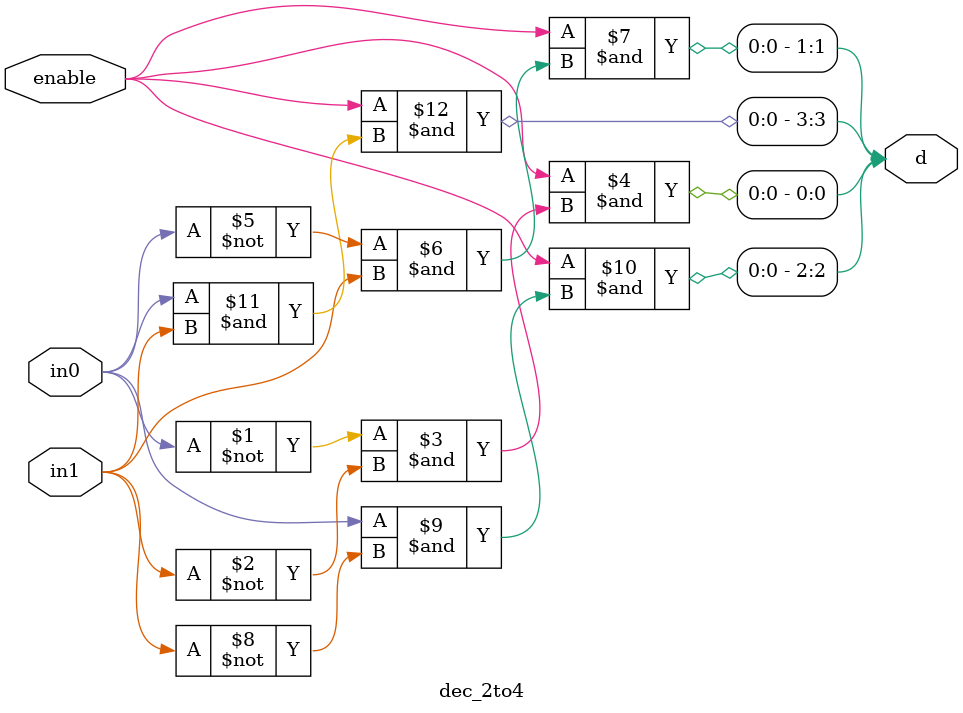
<source format=v>
`timescale 1ns / 1ps

//USING TWO 2-TO-4 DECODERS
module decoder_8to3(
input wire [2:0] in,  // 3-bit input
output wire [7:0] d   // 8-bit output
);

/*
//behavioral
always @(*) begin
    case (in)
        3'b000: d = 8'b10000000;
        3'b001: d = 8'b01000000;
        3'b010: d = 8'b00100000;
        3'b011: d = 8'b00010000;
        3'b100: d = 8'b00001000;
        3'b101: d = 8'b00000100;
        3'b110: d = 8'b00000010;
        3'b111: d = 8'b00000001;
        default: d = 8'bxxxxxxxx;  // Don't care condition
    endcase
end
*/
// Data flow implementation
wire eu, ed;

assign eu = ~in[2];  // Enable for upper 4 bits
assign ed = in[2];   // Enable for lower 4 bits

// First 2-to-4 decoder for upper 4 bits
dec_2to4 up (
.in0(in[1]),
.in1(in[0]),
.enable(eu),
.d(d[3:0])  // Assign to upper 4 bits
);  

// Second 2-to-4 decoder for lower 4 bits
dec_2to4 down (
.in0(in[1]),
.in1(in[0]),
.enable(ed),
.d(d[7:4])  // Assign to lower 4 bits
);  

endmodule


//*************************

module dec_2to4(
input wire in0, in1,
input wire enable,
output wire [3:0] d
);

// Data flow implementation
assign d[0] = enable & (~in0 & ~in1);
assign d[1] = enable & (~in0 & in1);
assign d[2] = enable & (in0 & ~in1);
assign d[3] = enable & (in0 & in1);

endmodule

</source>
